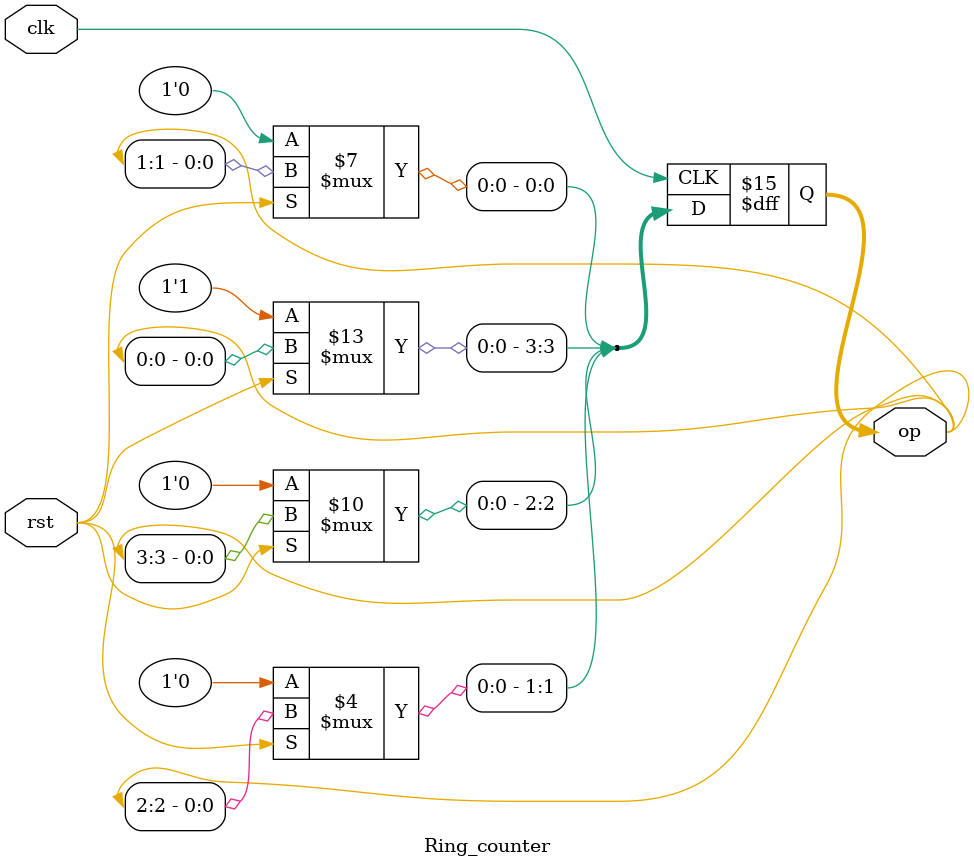
<source format=v>
`timescale 1ns / 1ps
module Ring_counter(
    input rst,
    input clk,
    output reg [3:0] op
    );
    always@(posedge clk)
    begin 
    if(!rst) 
    op<=4'b1000;
    else
    begin 
    op[3]<=op[0]; 
    op[2]<=op[3];
    op[1]<=op[2];
    op[0]<=op[1];
    end
    end
endmodule

</source>
